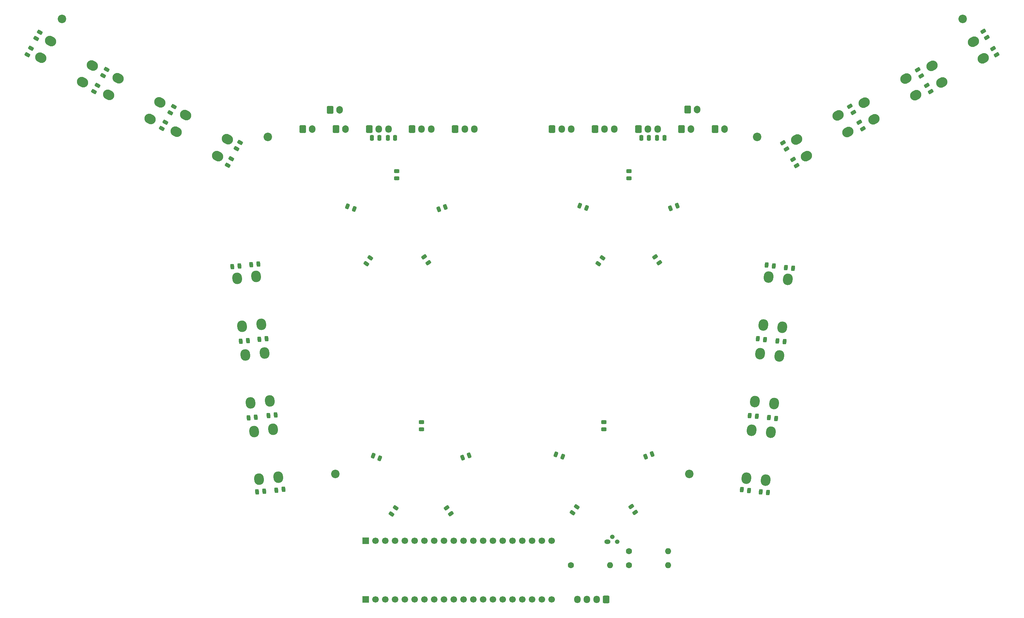
<source format=gbr>
%TF.GenerationSoftware,KiCad,Pcbnew,(6.0.1)*%
%TF.CreationDate,2022-11-23T14:03:38+01:00*%
%TF.ProjectId,992 GT3R PCB 2,39393220-4754-4335-9220-50434220322e,rev?*%
%TF.SameCoordinates,Original*%
%TF.FileFunction,Soldermask,Top*%
%TF.FilePolarity,Negative*%
%FSLAX46Y46*%
G04 Gerber Fmt 4.6, Leading zero omitted, Abs format (unit mm)*
G04 Created by KiCad (PCBNEW (6.0.1)) date 2022-11-23 14:03:38*
%MOMM*%
%LPD*%
G01*
G04 APERTURE LIST*
G04 Aperture macros list*
%AMRoundRect*
0 Rectangle with rounded corners*
0 $1 Rounding radius*
0 $2 $3 $4 $5 $6 $7 $8 $9 X,Y pos of 4 corners*
0 Add a 4 corners polygon primitive as box body*
4,1,4,$2,$3,$4,$5,$6,$7,$8,$9,$2,$3,0*
0 Add four circle primitives for the rounded corners*
1,1,$1+$1,$2,$3*
1,1,$1+$1,$4,$5*
1,1,$1+$1,$6,$7*
1,1,$1+$1,$8,$9*
0 Add four rect primitives between the rounded corners*
20,1,$1+$1,$2,$3,$4,$5,0*
20,1,$1+$1,$4,$5,$6,$7,0*
20,1,$1+$1,$6,$7,$8,$9,0*
20,1,$1+$1,$8,$9,$2,$3,0*%
%AMHorizOval*
0 Thick line with rounded ends*
0 $1 width*
0 $2 $3 position (X,Y) of the first rounded end (center of the circle)*
0 $4 $5 position (X,Y) of the second rounded end (center of the circle)*
0 Add line between two ends*
20,1,$1,$2,$3,$4,$5,0*
0 Add two circle primitives to create the rounded ends*
1,1,$1,$2,$3*
1,1,$1,$4,$5*%
G04 Aperture macros list end*
%ADD10RoundRect,0.243750X-0.513547X-0.062026X-0.233929X-0.461363X0.513547X0.062026X0.233929X0.461363X0*%
%ADD11RoundRect,0.243750X0.290853X0.427765X-0.193887X0.479569X-0.290853X-0.427765X0.193887X-0.479569X0*%
%ADD12RoundRect,0.243750X-0.193887X-0.479569X0.290853X-0.427765X0.193887X0.479569X-0.290853X0.427765X0*%
%ADD13RoundRect,0.243750X0.385097X0.345367X-0.073003X0.512102X-0.385097X-0.345367X0.073003X-0.512102X0*%
%ADD14C,2.200000*%
%ADD15HorizOval,2.500000X0.216069X0.125755X-0.216069X-0.125755X0*%
%ADD16RoundRect,0.243750X0.277072X-0.436817X0.517128X-0.012519X-0.277072X0.436817X-0.517128X0.012519X0*%
%ADD17HorizOval,2.500000X0.027434X0.248490X-0.027434X-0.248490X0*%
%ADD18RoundRect,0.243750X-0.073003X-0.512102X0.385097X-0.345367X0.073003X0.512102X-0.385097X0.345367X0*%
%ADD19HorizOval,2.500000X0.026566X-0.248584X-0.026566X0.248584X0*%
%ADD20RoundRect,0.250000X0.250000X0.475000X-0.250000X0.475000X-0.250000X-0.475000X0.250000X-0.475000X0*%
%ADD21HorizOval,2.500000X0.216069X-0.125755X-0.216069X0.125755X0*%
%ADD22RoundRect,0.243750X0.516936X0.018836X0.271714X0.440170X-0.516936X-0.018836X-0.271714X-0.440170X0*%
%ADD23RoundRect,0.243750X-0.233929X0.461363X-0.513547X0.062026X0.233929X-0.461363X0.513547X-0.062026X0*%
%ADD24RoundRect,0.243750X0.456250X-0.243750X0.456250X0.243750X-0.456250X0.243750X-0.456250X-0.243750X0*%
%ADD25C,1.600000*%
%ADD26O,1.600000X1.600000*%
%ADD27RoundRect,0.250000X-0.250000X-0.475000X0.250000X-0.475000X0.250000X0.475000X-0.250000X0.475000X0*%
%ADD28RoundRect,0.250000X-0.600000X-0.750000X0.600000X-0.750000X0.600000X0.750000X-0.600000X0.750000X0*%
%ADD29O,1.700000X2.000000*%
%ADD30RoundRect,0.250000X-0.600000X-0.725000X0.600000X-0.725000X0.600000X0.725000X-0.600000X0.725000X0*%
%ADD31O,1.700000X1.950000*%
%ADD32RoundRect,0.250000X0.600000X0.725000X-0.600000X0.725000X-0.600000X-0.725000X0.600000X-0.725000X0*%
%ADD33O,1.600000X1.200000*%
%ADD34O,1.200000X1.200000*%
%ADD35C,1.700000*%
%ADD36R,1.700000X1.700000*%
G04 APERTURE END LIST*
D10*
%TO.C,D33*%
X131242272Y58547955D03*
X132317728Y57012045D03*
%TD*%
D11*
%TO.C,D18*%
X214674692Y62530377D03*
X212810308Y62729623D03*
%TD*%
D12*
%TO.C,D11*%
X77798325Y101803114D03*
X79662709Y102002360D03*
%TD*%
D13*
%TO.C,D48*%
X107255000Y136213712D03*
X105493076Y136855000D03*
%TD*%
D14*
%TO.C,H4*%
X194260000Y67320000D03*
%TD*%
D15*
%TO.C,SW11*%
X250433435Y170037749D03*
X239630000Y163750000D03*
X252948535Y165716375D03*
X242145100Y159428626D03*
%TD*%
D12*
%TO.C,D14*%
X84987808Y82460377D03*
X86852192Y82659623D03*
%TD*%
D14*
%TO.C,H5*%
X265210000Y185510000D03*
%TD*%
D16*
%TO.C,D4*%
X42088353Y170804042D03*
X43011647Y172435958D03*
%TD*%
D17*
%TO.C,SW9*%
X214800938Y118446592D03*
X213429259Y106022080D03*
X219770743Y117897920D03*
X218399064Y105473408D03*
%TD*%
D18*
%TO.C,D46*%
X189324038Y136359356D03*
X191085962Y137000644D03*
%TD*%
D12*
%TO.C,D15*%
X82047808Y62680377D03*
X83912192Y62879623D03*
%TD*%
D19*
%TO.C,SW6*%
X87549996Y66481048D03*
X86221695Y78910272D03*
X81250005Y78378952D03*
X82578306Y65949727D03*
%TD*%
D20*
%TO.C,C2*%
X183705000Y154630000D03*
X181805000Y154630000D03*
%TD*%
D18*
%TO.C,D34*%
X135349038Y71559356D03*
X137110962Y72200644D03*
%TD*%
D21*
%TO.C,SW3*%
X74349267Y154256813D03*
X63545832Y160544562D03*
X71834167Y149935439D03*
X61030732Y156223188D03*
%TD*%
D22*
%TO.C,D30*%
X256841581Y166639742D03*
X255898419Y168260258D03*
%TD*%
%TO.C,D29*%
X254448503Y170731917D03*
X253505341Y172352433D03*
%TD*%
D23*
%TO.C,D49*%
X111467728Y123472955D03*
X110392272Y121937045D03*
%TD*%
D18*
%TO.C,D39*%
X182849038Y71859356D03*
X184610962Y72500644D03*
%TD*%
D16*
%TO.C,D6*%
X59561436Y161136180D03*
X60484730Y162768096D03*
%TD*%
D22*
%TO.C,D28*%
X239281581Y157039742D03*
X238338419Y158660258D03*
%TD*%
D24*
%TO.C,D35*%
X124705000Y78905000D03*
X124705000Y80780000D03*
%TD*%
D19*
%TO.C,SW5*%
X84011695Y98750272D03*
X85339996Y86321048D03*
X79040005Y98218952D03*
X80368306Y85789727D03*
%TD*%
D16*
%TO.C,D5*%
X57316706Y157078084D03*
X58240000Y158710000D03*
%TD*%
D14*
%TO.C,H1*%
X31430000Y185510000D03*
%TD*%
D12*
%TO.C,D13*%
X79867808Y81910377D03*
X81732192Y82109623D03*
%TD*%
D25*
%TO.C,R3*%
X178550000Y47255000D03*
D26*
X188710000Y47255000D03*
%TD*%
D10*
%TO.C,D38*%
X179117272Y58897955D03*
X180192728Y57362045D03*
%TD*%
D16*
%TO.C,D2*%
X24768353Y180464042D03*
X25691647Y182095958D03*
%TD*%
D23*
%TO.C,D44*%
X171705456Y123465910D03*
X170630000Y121930000D03*
%TD*%
D11*
%TO.C,D24*%
X221192192Y120780377D03*
X219327808Y120979623D03*
%TD*%
D16*
%TO.C,D3*%
X39706706Y166618084D03*
X40630000Y168250000D03*
%TD*%
D12*
%TO.C,D16*%
X87037808Y63150377D03*
X88902192Y63349623D03*
%TD*%
D14*
%TO.C,H6*%
X211840000Y154900000D03*
%TD*%
D22*
%TO.C,D27*%
X236791581Y161199742D03*
X235848419Y162820258D03*
%TD*%
D10*
%TO.C,D45*%
X185380000Y123730000D03*
X186455456Y122194090D03*
%TD*%
D24*
%TO.C,D47*%
X178530000Y144155000D03*
X178530000Y146030000D03*
%TD*%
D16*
%TO.C,D1*%
X22418353Y176264042D03*
X23341647Y177895958D03*
%TD*%
D25*
%TO.C,R1*%
X163480000Y43630000D03*
D26*
X173640000Y43630000D03*
%TD*%
D12*
%TO.C,D9*%
X75575616Y121180754D03*
X77440000Y121380000D03*
%TD*%
D22*
%TO.C,D25*%
X219451581Y151719742D03*
X218508419Y153340258D03*
%TD*%
D10*
%TO.C,D50*%
X125417272Y123747955D03*
X126492728Y122212045D03*
%TD*%
D18*
%TO.C,D51*%
X129174038Y136084356D03*
X130935962Y136725644D03*
%TD*%
D21*
%TO.C,SW2*%
X56809267Y163866813D03*
X46005832Y170154562D03*
X54294167Y159545439D03*
X43490732Y165833188D03*
%TD*%
D11*
%TO.C,D20*%
X216772192Y81770377D03*
X214907808Y81969623D03*
%TD*%
D15*
%TO.C,SW10*%
X232873435Y160494561D03*
X222070000Y154206812D03*
X224585100Y149885438D03*
X235388535Y156173187D03*
%TD*%
D13*
%TO.C,D43*%
X167535962Y136409356D03*
X165774038Y137050644D03*
%TD*%
D19*
%TO.C,SW4*%
X83149996Y106221048D03*
X81821695Y118650272D03*
X78178306Y105689727D03*
X76850005Y118118952D03*
%TD*%
D21*
%TO.C,SW1*%
X39259267Y173456813D03*
X28455832Y179744562D03*
X25940732Y175423188D03*
X36744167Y169135439D03*
%TD*%
D16*
%TO.C,D8*%
X76708862Y151816775D03*
X77632156Y153448691D03*
%TD*%
D27*
%TO.C,C4*%
X185855000Y154630000D03*
X187755000Y154630000D03*
%TD*%
D24*
%TO.C,D40*%
X172055000Y78905000D03*
X172055000Y80780000D03*
%TD*%
D12*
%TO.C,D10*%
X80517808Y121710377D03*
X82382192Y121909623D03*
%TD*%
D23*
%TO.C,D42*%
X165005228Y58795732D03*
X163929772Y57259822D03*
%TD*%
%TO.C,D37*%
X118005000Y58497955D03*
X116929544Y56962045D03*
%TD*%
D27*
%TO.C,C3*%
X115980000Y154630000D03*
X117880000Y154630000D03*
%TD*%
D11*
%TO.C,D17*%
X209730000Y63040000D03*
X207865616Y63239246D03*
%TD*%
D22*
%TO.C,D31*%
X271451581Y180719742D03*
X270508419Y182340258D03*
%TD*%
D11*
%TO.C,D23*%
X216132192Y121380377D03*
X214267808Y121579623D03*
%TD*%
%TO.C,D19*%
X211722192Y82310377D03*
X209857808Y82509623D03*
%TD*%
D13*
%TO.C,D36*%
X113910962Y71409356D03*
X112149038Y72050644D03*
%TD*%
%TO.C,D41*%
X161360962Y71809356D03*
X159599038Y72450644D03*
%TD*%
D16*
%TO.C,D7*%
X74458353Y147564042D03*
X75381647Y149195958D03*
%TD*%
D25*
%TO.C,R2*%
X178590000Y43655000D03*
D26*
X188750000Y43655000D03*
%TD*%
D17*
%TO.C,SW8*%
X211239259Y86152080D03*
X212610938Y98576592D03*
X217580743Y98027920D03*
X216209064Y85603408D03*
%TD*%
D24*
%TO.C,D52*%
X118255000Y144105000D03*
X118255000Y145980000D03*
%TD*%
D12*
%TO.C,D12*%
X82677808Y102320377D03*
X84542192Y102519623D03*
%TD*%
D22*
%TO.C,D26*%
X222061581Y147459742D03*
X221118419Y149080258D03*
%TD*%
D20*
%TO.C,C1*%
X113755000Y154630000D03*
X111855000Y154630000D03*
%TD*%
D14*
%TO.C,H2*%
X84800000Y154900000D03*
%TD*%
%TO.C,H3*%
X102380000Y67330000D03*
%TD*%
D17*
%TO.C,SW7*%
X209059259Y66272080D03*
X210430938Y78696592D03*
X214029064Y65723408D03*
X215400743Y78147920D03*
%TD*%
D11*
%TO.C,D21*%
X213912192Y102250377D03*
X212047808Y102449623D03*
%TD*%
D15*
%TO.C,SW12*%
X257210000Y173330000D03*
X268013435Y179617749D03*
X270528535Y175296375D03*
X259725100Y169008626D03*
%TD*%
D11*
%TO.C,D22*%
X218912192Y101700377D03*
X217047808Y101899623D03*
%TD*%
D22*
%TO.C,D32*%
X273996003Y176211917D03*
X273052841Y177832433D03*
%TD*%
D28*
%TO.C,J1*%
X93880000Y156905000D03*
D29*
X96380000Y156905000D03*
%TD*%
D30*
%TO.C,J5*%
X111130000Y156905000D03*
D31*
X113630000Y156905000D03*
X116130000Y156905000D03*
%TD*%
D32*
%TO.C,USBin1*%
X172670000Y34720000D03*
D31*
X170170000Y34720000D03*
X167670000Y34720000D03*
X165170000Y34720000D03*
%TD*%
D28*
%TO.C,J12*%
X100990000Y161950000D03*
D29*
X103490000Y161950000D03*
%TD*%
D30*
%TO.C,J6*%
X180980000Y156930000D03*
D31*
X183480000Y156930000D03*
X185980000Y156930000D03*
%TD*%
D33*
%TO.C,Q1*%
X173019724Y49714724D03*
D34*
X174289724Y50984724D03*
X175559724Y49714724D03*
%TD*%
D30*
%TO.C,J10*%
X169755000Y156930000D03*
D31*
X172255000Y156930000D03*
X174755000Y156930000D03*
%TD*%
D30*
%TO.C,J8*%
X133440000Y156885000D03*
D31*
X135940000Y156885000D03*
X138440000Y156885000D03*
%TD*%
D30*
%TO.C,J9*%
X158605000Y156905000D03*
D31*
X161105000Y156905000D03*
X163605000Y156905000D03*
%TD*%
D30*
%TO.C,J7*%
X122260000Y156895000D03*
D31*
X124760000Y156895000D03*
X127260000Y156895000D03*
%TD*%
D28*
%TO.C,J11*%
X193780000Y162000000D03*
D29*
X196280000Y162000000D03*
%TD*%
D28*
%TO.C,J4*%
X200880000Y156930000D03*
D29*
X203380000Y156930000D03*
%TD*%
D28*
%TO.C,J3*%
X192180000Y156930000D03*
D29*
X194680000Y156930000D03*
%TD*%
D35*
%TO.C,U1*%
X158500000Y50000000D03*
X155960000Y50000000D03*
X153420000Y50000000D03*
X150880000Y50000000D03*
X148340000Y50000000D03*
X145800000Y50000000D03*
X143260000Y50000000D03*
X140720000Y50000000D03*
X138180000Y50000000D03*
X135640000Y50000000D03*
X133100000Y50000000D03*
X130560000Y50000000D03*
X128020000Y50000000D03*
X125480000Y50000000D03*
X122940000Y50000000D03*
X120400000Y50000000D03*
X117860000Y50000000D03*
X115320000Y50000000D03*
X112780000Y50000000D03*
D36*
X110240000Y50000000D03*
D35*
X158500000Y34760000D03*
X155960000Y34760000D03*
X153420000Y34760000D03*
X150880000Y34760000D03*
X148340000Y34760000D03*
X145800000Y34760000D03*
X143260000Y34760000D03*
X140720000Y34760000D03*
X138180000Y34760000D03*
X135640000Y34760000D03*
X133100000Y34760000D03*
X130560000Y34760000D03*
X128020000Y34760000D03*
X125480000Y34760000D03*
X122940000Y34760000D03*
X120400000Y34760000D03*
X117860000Y34760000D03*
X115320000Y34760000D03*
X112780000Y34760000D03*
D36*
X110240000Y34760000D03*
%TD*%
D28*
%TO.C,J2*%
X102510000Y156905000D03*
D29*
X105010000Y156905000D03*
%TD*%
M02*

</source>
